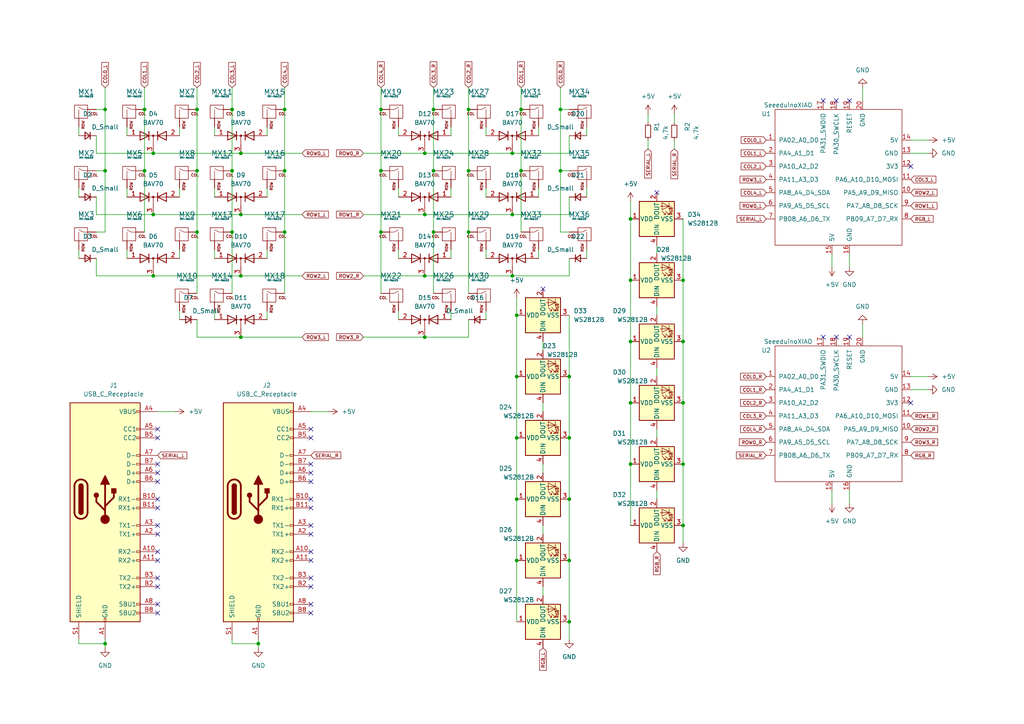
<source format=kicad_sch>
(kicad_sch (version 20210621) (generator eeschema)
  (paper "A4")
  (title_block (title "sui") (date "2021-11-16") (rev "1") (company "waffle"))
  (lib_symbols
    (symbol "Connector:USB_C_Receptacle" (pin_names (offset 1.016))
      (property "Reference" "J" (at -10.16 29.21 0))
      (property "Value" "USB_C_Receptacle" (at 10.16 29.21 0))
      (symbol "USB_C_Receptacle_1_1"
        (pin passive line (at 0 -40.64 90) (length 5.08) (name "GND") (number "A1"))
        (pin bidirectional line (at 15.24 -15.24 180) (length 5.08) (name "RX2-") (number "A10"))
        (pin bidirectional line (at 15.24 -17.78 180) (length 5.08) (name "RX2+") (number "A11"))
        (pin passive line (at 0 -40.64 90) (length 5.08) hide (name "GND") (number "A12"))
        (pin bidirectional line (at 15.24 -10.16 180) (length 5.08) (name "TX1+") (number "A2"))
        (pin bidirectional line (at 15.24 -7.62 180) (length 5.08) (name "TX1-") (number "A3"))
        (pin passive line (at 15.24 25.4 180) (length 5.08) (name "VBUS") (number "A4"))
        (pin bidirectional line (at 15.24 20.32 180) (length 5.08) (name "CC1") (number "A5"))
        (pin bidirectional line (at 15.24 7.62 180) (length 5.08) (name "D+") (number "A6"))
        (pin bidirectional line (at 15.24 12.7 180) (length 5.08) (name "D-") (number "A7"))
        (pin bidirectional line (at 15.24 -30.48 180) (length 5.08) (name "SBU1") (number "A8"))
        (pin passive line (at 15.24 25.4 180) (length 5.08) hide (name "VBUS") (number "A9"))
        (pin passive line (at 0 -40.64 90) (length 5.08) hide (name "GND") (number "B1"))
        (pin bidirectional line (at 15.24 0 180) (length 5.08) (name "RX1-") (number "B10"))
        (pin bidirectional line (at 15.24 -2.54 180) (length 5.08) (name "RX1+") (number "B11"))
        (pin passive line (at 0 -40.64 90) (length 5.08) hide (name "GND") (number "B12"))
        (pin bidirectional line (at 15.24 -25.4 180) (length 5.08) (name "TX2+") (number "B2"))
        (pin bidirectional line (at 15.24 -22.86 180) (length 5.08) (name "TX2-") (number "B3"))
        (pin passive line (at 15.24 25.4 180) (length 5.08) hide (name "VBUS") (number "B4"))
        (pin bidirectional line (at 15.24 17.78 180) (length 5.08) (name "CC2") (number "B5"))
        (pin bidirectional line (at 15.24 5.08 180) (length 5.08) (name "D+") (number "B6"))
        (pin bidirectional line (at 15.24 10.16 180) (length 5.08) (name "D-") (number "B7"))
        (pin bidirectional line (at 15.24 -33.02 180) (length 5.08) (name "SBU2") (number "B8"))
        (pin passive line (at 15.24 25.4 180) (length 5.08) hide (name "VBUS") (number "B9"))
        (pin passive line (at -7.62 -40.64 90) (length 5.08) (name "SHIELD") (number "S1"))
      )
    )
    (symbol "Device:D_Small" (pin_numbers hide) (pin_names (offset 0.254) hide)
      (property "Reference" "D" (at -1.27 2.032 0))
      (property "Value" "D_Small" (at -3.81 -2.032 0))
      (symbol "D_Small_1_1"
        (pin passive line (at -2.54 0 0) (length 1.778) (name "K") (number "1"))
        (pin passive line (at 2.54 0 180) (length 1.778) (name "A") (number "2"))
      )
    )
    (symbol "Device:R_Small" (pin_numbers hide) (pin_names (offset 0.254) hide)
      (property "Reference" "R" (at 0.762 0.508 0))
      (property "Value" "R_Small" (at 0.762 -1.016 0))
      (symbol "R_Small_1_1"
        (pin passive line (at 0 2.54 270) (length 0.762) (name "~") (number "1"))
        (pin passive line (at 0 -2.54 90) (length 0.762) (name "~") (number "2"))
      )
    )
    (symbol "Diode:BAV70" (pin_names (offset 0.762) hide)
      (property "Reference" "D" (at 0.635 -2.54 0))
      (property "Value" "BAV70" (at 0 2.54 0))
      (symbol "BAV70_0_1"
        (pin passive line (at -7.62 0 0) (length 3.81) (name "A") (number "1"))
        (pin passive line (at 7.62 0 180) (length 3.81) (name "A") (number "2"))
        (pin passive line (at 0 -5.08 90) (length 2.54) (name "K") (number "3"))
      )
    )
    (symbol "LED:WS2812B" (pin_names (offset 0.254))
      (property "Reference" "D" (at 5.08 5.715 0))
      (property "Value" "WS2812B" (at 1.27 -5.715 0))
      (symbol "WS2812B_0_0"
        (text "RGB" (at 2.286 -4.191 0) (effects (font (size 0.762 0.762))))
      )
      (symbol "WS2812B_1_1"
        (pin power_in line (at 0 7.62 270) (length 2.54) (name "VDD") (number "1"))
        (pin output line (at 7.62 0 180) (length 2.54) (name "DOUT") (number "2"))
        (pin power_in line (at 0 -7.62 90) (length 2.54) (name "VSS") (number "3"))
        (pin input line (at -7.62 0 0) (length 2.54) (name "DIN") (number "4"))
      )
    )
    (symbol "MX_Alps_Hybrid:MX-NoLED" (pin_names (offset 1.016))
      (property "Reference" "MX" (at -0.635 3.81 0))
      (property "Value" "MX-NoLED" (at -0.635 1.27 0))
      (symbol "MX-NoLED_0_0"
        (text "COL" (at 3.175 0 0) (effects (font (size 0.762 0.762))))
        (text "ROW" (at 0 -1.905 900) (effects (font (size 0.762 0.762)) (justify right)))
      )
      (symbol "MX-NoLED_1_1"
        (pin passive line (at 3.81 1.27 180) (length 2.54) (name "COL") (number "1"))
        (pin passive line (at -1.27 -3.81 90) (length 2.54) (name "ROW") (number "2"))
      )
    )
    (symbol "power:+5V" (power) (pin_names (offset 0))
      (property "Value" "+5V" (at 0 3.556 0))
      (symbol "+5V_1_1"
        (pin power_in line (at 0 0 90) (length 0) hide (name "+5V") (number "1"))
      )
    )
    (symbol "power:GND" (power) (pin_names (offset 0))
      (property "Value" "GND" (at 0 -3.81 0))
      (symbol "GND_1_1"
        (pin power_in line (at 0 0 270) (length 0) hide (name "GND") (number "1"))
      )
    )
    (symbol "seeeduinoXiao:SeeeduinoXIAO" (pin_names (offset 1.016))
      (property "Reference" "U" (at -19.05 22.86 0))
      (property "Value" "SeeeduinoXIAO" (at -12.7 21.59 0))
      (symbol "SeeeduinoXIAO_1_1"
        (pin unspecified line (at -21.59 11.43 0) (length 2.54) (name "PA02_A0_D0") (number "1"))
        (pin unspecified line (at 20.32 -3.81 180) (length 2.54) (name "PA5_A9_D9_MISO") (number "10"))
        (pin unspecified line (at 20.32 0 180) (length 2.54) (name "PA6_A10_D10_MOSI") (number "11"))
        (pin unspecified line (at 20.32 3.81 180) (length 2.54) (name "3V3") (number "12"))
        (pin unspecified line (at 20.32 7.62 180) (length 2.54) (name "GND") (number "13"))
        (pin unspecified line (at 20.32 11.43 180) (length 2.54) (name "5V") (number "14"))
        (pin input line (at -2.54 -21.59 90) (length 2.54) (name "5V") (number "15"))
        (pin input line (at 2.54 -21.59 90) (length 2.54) (name "GND") (number "16"))
        (pin input line (at -5.08 22.86 270) (length 2.54) (name "PA31_SWDIO") (number "17"))
        (pin input line (at -1.27 22.86 270) (length 2.54) (name "PA30_SWCLK") (number "18"))
        (pin input line (at 2.54 22.86 270) (length 2.54) (name "RESET") (number "19"))
        (pin unspecified line (at -21.59 7.62 0) (length 2.54) (name "PA4_A1_D1") (number "2"))
        (pin input line (at 6.35 22.86 270) (length 2.54) (name "GND") (number "20"))
        (pin unspecified line (at -21.59 3.81 0) (length 2.54) (name "PA10_A2_D2") (number "3"))
        (pin unspecified line (at -21.59 0 0) (length 2.54) (name "PA11_A3_D3") (number "4"))
        (pin unspecified line (at -21.59 -3.81 0) (length 2.54) (name "PA8_A4_D4_SDA") (number "5"))
        (pin unspecified line (at -21.59 -7.62 0) (length 2.54) (name "PA9_A5_D5_SCL") (number "6"))
        (pin unspecified line (at -21.59 -11.43 0) (length 2.54) (name "PB08_A6_D6_TX") (number "7"))
        (pin unspecified line (at 20.32 -11.43 180) (length 2.54) (name "PB09_A7_D7_RX") (number "8"))
        (pin unspecified line (at 20.32 -7.62 180) (length 2.54) (name "PA7_A8_D8_SCK") (number "9"))
      )
    )
  )
  (junction (at 182.88 81.28))
  (junction (at 30.48 31.75))
  (junction (at 67.31 31.75))
  (junction (at 182.88 99.06))
  (junction (at 82.55 31.75))
  (junction (at 110.49 31.75))
  (junction (at 44.45 62.23))
  (junction (at 182.88 63.5))
  (junction (at 162.56 49.53))
  (junction (at 82.55 67.31))
  (junction (at 123.19 97.79))
  (junction (at 82.55 49.53))
  (junction (at 125.73 49.53))
  (junction (at 198.12 99.06))
  (junction (at 198.12 116.84))
  (junction (at 123.19 44.45))
  (junction (at 149.86 109.22))
  (junction (at 57.15 31.75))
  (junction (at 57.15 67.31))
  (junction (at 149.86 144.78))
  (junction (at 110.49 67.31))
  (junction (at 30.48 49.53))
  (junction (at 41.91 31.75))
  (junction (at 135.89 49.53))
  (junction (at 44.45 80.01))
  (junction (at 149.86 162.56))
  (junction (at 198.12 134.62))
  (junction (at 67.31 49.53))
  (junction (at 135.89 31.75))
  (junction (at 182.88 116.84))
  (junction (at 44.45 44.45))
  (junction (at 110.49 49.53))
  (junction (at 69.85 80.01))
  (junction (at 123.19 80.01))
  (junction (at 149.86 91.44))
  (junction (at 123.19 62.23))
  (junction (at 149.86 127))
  (junction (at 69.85 97.79))
  (junction (at 165.1 180.34))
  (junction (at 162.56 31.75))
  (junction (at 148.59 62.23))
  (junction (at 198.12 81.28))
  (junction (at 198.12 152.4))
  (junction (at 165.1 162.56))
  (junction (at 74.93 186.69))
  (junction (at 135.89 67.31))
  (junction (at 30.48 186.69))
  (junction (at 41.91 49.53))
  (junction (at 67.31 67.31))
  (junction (at 69.85 62.23))
  (junction (at 165.1 144.78))
  (junction (at 57.15 49.53))
  (junction (at 125.73 31.75))
  (junction (at 165.1 127))
  (junction (at 165.1 109.22))
  (junction (at 69.85 44.45))
  (junction (at 125.73 67.31))
  (junction (at 182.88 134.62))
  (junction (at 151.13 31.75))
  (junction (at 148.59 44.45))
  (junction (at 148.59 80.01))
  (junction (at 151.13 49.53))
  (no_connect (at 264.16 116.84))
  (no_connect (at 90.17 147.32))
  (no_connect (at 90.17 170.18))
  (no_connect (at 90.17 167.64))
  (no_connect (at 190.5 55.88))
  (no_connect (at 90.17 152.4))
  (no_connect (at 90.17 162.56))
  (no_connect (at 90.17 160.02))
  (no_connect (at 90.17 144.78))
  (no_connect (at 45.72 127))
  (no_connect (at 45.72 139.7))
  (no_connect (at 45.72 134.62))
  (no_connect (at 45.72 137.16))
  (no_connect (at 45.72 177.8))
  (no_connect (at 45.72 160.02))
  (no_connect (at 45.72 162.56))
  (no_connect (at 45.72 144.78))
  (no_connect (at 45.72 147.32))
  (no_connect (at 45.72 154.94))
  (no_connect (at 45.72 170.18))
  (no_connect (at 45.72 167.64))
  (no_connect (at 45.72 175.26))
  (no_connect (at 45.72 124.46))
  (no_connect (at 246.38 29.21))
  (no_connect (at 242.57 97.79))
  (no_connect (at 90.17 124.46))
  (no_connect (at 90.17 134.62))
  (no_connect (at 238.76 29.21))
  (no_connect (at 242.57 29.21))
  (no_connect (at 157.48 83.82))
  (no_connect (at 264.16 48.26))
  (no_connect (at 90.17 139.7))
  (no_connect (at 90.17 177.8))
  (no_connect (at 90.17 154.94))
  (no_connect (at 90.17 175.26))
  (no_connect (at 45.72 152.4))
  (no_connect (at 238.76 97.79))
  (no_connect (at 246.38 97.79))
  (no_connect (at 90.17 127))
  (no_connect (at 90.17 137.16))
  (wire (pts (xy 77.47 36.83) (xy 77.47 39.37)))
  (wire (pts (xy 130.81 90.17) (xy 130.81 92.71)))
  (wire (pts (xy 125.73 31.75) (xy 125.73 49.53)))
  (wire (pts (xy 62.23 72.39) (xy 62.23 74.93)))
  (wire (pts (xy 125.73 25.4) (xy 125.73 31.75)))
  (wire (pts (xy 190.5 88.9) (xy 190.5 91.44)))
  (wire (pts (xy 264.16 40.64) (xy 269.24 40.64)))
  (wire (pts (xy 36.83 36.83) (xy 36.83 39.37)))
  (wire (pts (xy 62.23 54.61) (xy 62.23 57.15)))
  (wire (pts (xy 195.58 33.02) (xy 195.58 35.56)))
  (wire (pts (xy 162.56 67.31) (xy 165.1 67.31)))
  (wire (pts (xy 115.57 72.39) (xy 115.57 74.93)))
  (wire (pts (xy 123.19 44.45) (xy 105.41 44.45)))
  (wire (pts (xy 52.07 90.17) (xy 52.07 92.71)))
  (wire (pts (xy 170.18 72.39) (xy 170.18 74.93)))
  (wire (pts (xy 162.56 31.75) (xy 162.56 49.53)))
  (wire (pts (xy 135.89 92.71) (xy 135.89 97.79)))
  (wire (pts (xy 110.49 25.4) (xy 110.49 31.75)))
  (wire (pts (xy 151.13 49.53) (xy 151.13 67.31)))
  (wire (pts (xy 165.1 180.34) (xy 165.1 185.42)))
  (wire (pts (xy 41.91 31.75) (xy 41.91 49.53)))
  (wire (pts (xy 41.91 49.53) (xy 41.91 67.31)))
  (wire (pts (xy 41.91 25.4) (xy 41.91 31.75)))
  (wire (pts (xy 182.88 134.62) (xy 182.88 152.4)))
  (wire (pts (xy 182.88 81.28) (xy 182.88 99.06)))
  (wire (pts (xy 182.88 58.42) (xy 182.88 63.5)))
  (wire (pts (xy 182.88 63.5) (xy 182.88 81.28)))
  (wire (pts (xy 182.88 116.84) (xy 182.88 134.62)))
  (wire (pts (xy 182.88 99.06) (xy 182.88 116.84)))
  (wire (pts (xy 52.07 36.83) (xy 52.07 39.37)))
  (wire (pts (xy 52.07 72.39) (xy 52.07 74.93)))
  (wire (pts (xy 90.17 119.38) (xy 95.25 119.38)))
  (wire (pts (xy 157.48 99.06) (xy 157.48 101.6)))
  (wire (pts (xy 135.89 97.79) (xy 123.19 97.79)))
  (wire (pts (xy 123.19 80.01) (xy 105.41 80.01)))
  (wire (pts (xy 123.19 97.79) (xy 105.41 97.79)))
  (wire (pts (xy 264.16 113.03) (xy 269.24 113.03)))
  (wire (pts (xy 246.38 73.66) (xy 246.38 77.47)))
  (wire (pts (xy 157.48 134.62) (xy 157.48 137.16)))
  (wire (pts (xy 198.12 63.5) (xy 198.12 81.28)))
  (wire (pts (xy 135.89 49.53) (xy 135.89 67.31)))
  (wire (pts (xy 198.12 81.28) (xy 198.12 99.06)))
  (wire (pts (xy 198.12 134.62) (xy 198.12 152.4)))
  (wire (pts (xy 198.12 99.06) (xy 198.12 116.84)))
  (wire (pts (xy 198.12 116.84) (xy 198.12 134.62)))
  (wire (pts (xy 198.12 152.4) (xy 198.12 157.48)))
  (wire (pts (xy 190.5 106.68) (xy 190.5 109.22)))
  (wire (pts (xy 57.15 49.53) (xy 57.15 67.31)))
  (wire (pts (xy 57.15 25.4) (xy 57.15 31.75)))
  (wire (pts (xy 57.15 31.75) (xy 57.15 49.53)))
  (wire (pts (xy 190.5 124.46) (xy 190.5 127)))
  (wire (pts (xy 44.45 62.23) (xy 69.85 62.23)))
  (wire (pts (xy 69.85 62.23) (xy 87.63 62.23)))
  (wire (pts (xy 27.94 57.15) (xy 27.94 62.23)))
  (wire (pts (xy 27.94 62.23) (xy 44.45 62.23)))
  (wire (pts (xy 190.5 142.24) (xy 190.5 144.78)))
  (wire (pts (xy 151.13 31.75) (xy 151.13 49.53)))
  (wire (pts (xy 165.1 162.56) (xy 165.1 180.34)))
  (wire (pts (xy 165.1 144.78) (xy 165.1 162.56)))
  (wire (pts (xy 165.1 109.22) (xy 165.1 127)))
  (wire (pts (xy 165.1 127) (xy 165.1 144.78)))
  (wire (pts (xy 165.1 31.75) (xy 162.56 31.75)))
  (wire (pts (xy 148.59 80.01) (xy 123.19 80.01)))
  (wire (pts (xy 130.81 36.83) (xy 130.81 39.37)))
  (wire (pts (xy 27.94 49.53) (xy 30.48 49.53)))
  (wire (pts (xy 187.96 33.02) (xy 187.96 35.56)))
  (wire (pts (xy 36.83 54.61) (xy 36.83 57.15)))
  (wire (pts (xy 135.89 25.4) (xy 135.89 31.75)))
  (wire (pts (xy 140.97 90.17) (xy 140.97 92.71)))
  (wire (pts (xy 156.21 36.83) (xy 156.21 39.37)))
  (wire (pts (xy 165.1 57.15) (xy 165.1 62.23)))
  (wire (pts (xy 67.31 185.42) (xy 67.31 186.69)))
  (wire (pts (xy 67.31 186.69) (xy 74.93 186.69)))
  (wire (pts (xy 165.1 91.44) (xy 165.1 109.22)))
  (wire (pts (xy 130.81 54.61) (xy 130.81 57.15)))
  (wire (pts (xy 157.48 152.4) (xy 157.48 154.94)))
  (wire (pts (xy 62.23 36.83) (xy 62.23 39.37)))
  (wire (pts (xy 67.31 49.53) (xy 67.31 67.31)))
  (wire (pts (xy 67.31 25.4) (xy 67.31 31.75)))
  (wire (pts (xy 67.31 31.75) (xy 67.31 49.53)))
  (wire (pts (xy 149.86 162.56) (xy 149.86 180.34)))
  (wire (pts (xy 149.86 144.78) (xy 149.86 162.56)))
  (wire (pts (xy 149.86 91.44) (xy 149.86 109.22)))
  (wire (pts (xy 149.86 109.22) (xy 149.86 127)))
  (wire (pts (xy 149.86 86.36) (xy 149.86 91.44)))
  (wire (pts (xy 149.86 127) (xy 149.86 144.78)))
  (wire (pts (xy 246.38 142.24) (xy 246.38 146.05)))
  (wire (pts (xy 45.72 119.38) (xy 50.8 119.38)))
  (wire (pts (xy 115.57 90.17) (xy 115.57 92.71)))
  (wire (pts (xy 123.19 62.23) (xy 105.41 62.23)))
  (wire (pts (xy 22.86 185.42) (xy 22.86 186.69)))
  (wire (pts (xy 22.86 186.69) (xy 30.48 186.69)))
  (wire (pts (xy 57.15 92.71) (xy 57.15 97.79)))
  (wire (pts (xy 57.15 97.79) (xy 69.85 97.79)))
  (wire (pts (xy 69.85 97.79) (xy 87.63 97.79)))
  (wire (pts (xy 241.3 73.66) (xy 241.3 77.47)))
  (wire (pts (xy 170.18 36.83) (xy 170.18 39.37)))
  (wire (pts (xy 115.57 36.83) (xy 115.57 39.37)))
  (wire (pts (xy 77.47 90.17) (xy 77.47 92.71)))
  (wire (pts (xy 67.31 67.31) (xy 67.31 85.09)))
  (wire (pts (xy 57.15 67.31) (xy 57.15 85.09)))
  (wire (pts (xy 156.21 72.39) (xy 156.21 74.93)))
  (wire (pts (xy 22.86 72.39) (xy 22.86 74.93)))
  (wire (pts (xy 148.59 62.23) (xy 123.19 62.23)))
  (wire (pts (xy 22.86 54.61) (xy 22.86 57.15)))
  (wire (pts (xy 264.16 109.22) (xy 269.24 109.22)))
  (wire (pts (xy 250.19 25.4) (xy 250.19 29.21)))
  (wire (pts (xy 165.1 39.37) (xy 165.1 44.45)))
  (wire (pts (xy 62.23 90.17) (xy 62.23 92.71)))
  (wire (pts (xy 82.55 67.31) (xy 82.55 85.09)))
  (wire (pts (xy 82.55 49.53) (xy 82.55 67.31)))
  (wire (pts (xy 82.55 25.4) (xy 82.55 31.75)))
  (wire (pts (xy 82.55 31.75) (xy 82.55 49.53)))
  (wire (pts (xy 110.49 49.53) (xy 110.49 67.31)))
  (wire (pts (xy 77.47 72.39) (xy 77.47 74.93)))
  (wire (pts (xy 30.48 185.42) (xy 30.48 186.69)))
  (wire (pts (xy 30.48 186.69) (xy 30.48 187.96)))
  (wire (pts (xy 77.47 54.61) (xy 77.47 57.15)))
  (wire (pts (xy 162.56 25.4) (xy 162.56 31.75)))
  (wire (pts (xy 170.18 54.61) (xy 170.18 57.15)))
  (wire (pts (xy 157.48 170.18) (xy 157.48 172.72)))
  (wire (pts (xy 187.96 40.64) (xy 187.96 43.18)))
  (wire (pts (xy 125.73 67.31) (xy 125.73 85.09)))
  (wire (pts (xy 156.21 54.61) (xy 156.21 57.15)))
  (wire (pts (xy 74.93 186.69) (xy 74.93 187.96)))
  (wire (pts (xy 74.93 185.42) (xy 74.93 186.69)))
  (wire (pts (xy 140.97 36.83) (xy 140.97 39.37)))
  (wire (pts (xy 190.5 71.12) (xy 190.5 73.66)))
  (wire (pts (xy 30.48 67.31) (xy 27.94 67.31)))
  (wire (pts (xy 30.48 49.53) (xy 30.48 67.31)))
  (wire (pts (xy 30.48 31.75) (xy 30.48 49.53)))
  (wire (pts (xy 27.94 31.75) (xy 30.48 31.75)))
  (wire (pts (xy 264.16 44.45) (xy 269.24 44.45)))
  (wire (pts (xy 110.49 31.75) (xy 110.49 49.53)))
  (wire (pts (xy 135.89 31.75) (xy 135.89 49.53)))
  (wire (pts (xy 250.19 93.98) (xy 250.19 97.79)))
  (wire (pts (xy 165.1 74.93) (xy 165.1 80.01)))
  (wire (pts (xy 69.85 44.45) (xy 87.63 44.45)))
  (wire (pts (xy 27.94 44.45) (xy 44.45 44.45)))
  (wire (pts (xy 27.94 39.37) (xy 27.94 44.45)))
  (wire (pts (xy 44.45 44.45) (xy 69.85 44.45)))
  (wire (pts (xy 52.07 54.61) (xy 52.07 57.15)))
  (wire (pts (xy 165.1 62.23) (xy 148.59 62.23)))
  (wire (pts (xy 165.1 80.01) (xy 148.59 80.01)))
  (wire (pts (xy 115.57 54.61) (xy 115.57 57.15)))
  (wire (pts (xy 157.48 116.84) (xy 157.48 119.38)))
  (wire (pts (xy 148.59 44.45) (xy 123.19 44.45)))
  (wire (pts (xy 162.56 49.53) (xy 162.56 67.31)))
  (wire (pts (xy 130.81 72.39) (xy 130.81 74.93)))
  (wire (pts (xy 22.86 36.83) (xy 22.86 39.37)))
  (wire (pts (xy 151.13 25.4) (xy 151.13 31.75)))
  (wire (pts (xy 36.83 72.39) (xy 36.83 74.93)))
  (wire (pts (xy 69.85 80.01) (xy 87.63 80.01)))
  (wire (pts (xy 44.45 80.01) (xy 69.85 80.01)))
  (wire (pts (xy 27.94 74.93) (xy 27.94 80.01)))
  (wire (pts (xy 27.94 80.01) (xy 44.45 80.01)))
  (wire (pts (xy 195.58 40.64) (xy 195.58 43.18)))
  (wire (pts (xy 241.3 142.24) (xy 241.3 146.05)))
  (wire (pts (xy 110.49 67.31) (xy 110.49 85.09)))
  (wire (pts (xy 165.1 44.45) (xy 148.59 44.45)))
  (wire (pts (xy 135.89 67.31) (xy 135.89 85.09)))
  (wire (pts (xy 165.1 49.53) (xy 162.56 49.53)))
  (wire (pts (xy 140.97 54.61) (xy 140.97 57.15)))
  (wire (pts (xy 125.73 49.53) (xy 125.73 67.31)))
  (wire (pts (xy 140.97 72.39) (xy 140.97 74.93)))
  (wire (pts (xy 30.48 25.4) (xy 30.48 31.75)))
  (global_label "COL2_L" (shape input) (at 57.15 25.4 90) (effects (font (size 1 1))) (property "Intersheet References" "${INTERSHEET_REFS}" (effects hide)))
  (global_label "SERIAL_R" (shape input) (at 90.17 132.08 0) (effects (font (size 1 1))) (property "Intersheet References" "${INTERSHEET_REFS}" (effects hide)))
  (global_label "ROW1_L" (shape input) (at 87.63 62.23 0) (effects (font (size 1 1))) (property "Intersheet References" "${INTERSHEET_REFS}" (effects hide)))
  (global_label "ROW1_L" (shape input) (at 264.16 59.69 0) (effects (font (size 1 1))) (property "Intersheet References" "${INTERSHEET_REFS}" (effects hide)))
  (global_label "RGB_L" (shape input) (at 157.48 187.96 270) (effects (font (size 1 1))) (property "Intersheet References" "${INTERSHEET_REFS}" (effects hide)))
  (global_label "ROW0_L" (shape input) (at 87.63 44.45 0) (effects (font (size 1 1))) (property "Intersheet References" "${INTERSHEET_REFS}" (effects hide)))
  (global_label "ROW3_R" (shape input) (at 105.41 97.79 180) (effects (font (size 1 1))) (property "Intersheet References" "${INTERSHEET_REFS}" (effects hide)))
  (global_label "COL2_R" (shape input) (at 135.89 25.4 90) (effects (font (size 1 1))) (property "Intersheet References" "${INTERSHEET_REFS}" (effects hide)))
  (global_label "COL1_R" (shape input) (at 222.25 113.03 180) (effects (font (size 1 1))) (property "Intersheet References" "${INTERSHEET_REFS}" (effects hide)))
  (global_label "COL0_L" (shape input) (at 30.48 25.4 90) (effects (font (size 1 1))) (property "Intersheet References" "${INTERSHEET_REFS}" (effects hide)))
  (global_label "RGB_R" (shape input) (at 190.5 160.02 270) (effects (font (size 1 1))) (property "Intersheet References" "${INTERSHEET_REFS}" (effects hide)))
  (global_label "COL4_L" (shape input) (at 82.55 25.4 90) (effects (font (size 1 1))) (property "Intersheet References" "${INTERSHEET_REFS}" (effects hide)))
  (global_label "RGB_R" (shape input) (at 264.16 132.08 0) (effects (font (size 1 1))) (property "Intersheet References" "${INTERSHEET_REFS}" (effects hide)))
  (global_label "ROW1_R" (shape input) (at 105.41 62.23 180) (effects (font (size 1 1))) (property "Intersheet References" "${INTERSHEET_REFS}" (effects hide)))
  (global_label "SERIAL_R" (shape input) (at 222.25 132.08 180) (effects (font (size 1 1))) (property "Intersheet References" "${INTERSHEET_REFS}" (effects hide)))
  (global_label "ROW2_R" (shape input) (at 264.16 124.46 0) (effects (font (size 1 1))) (property "Intersheet References" "${INTERSHEET_REFS}" (effects hide)))
  (global_label "COL4_L" (shape input) (at 222.25 55.88 180) (effects (font (size 1 1))) (property "Intersheet References" "${INTERSHEET_REFS}" (effects hide)))
  (global_label "ROW0_R" (shape input) (at 105.41 44.45 180) (effects (font (size 1 1))) (property "Intersheet References" "${INTERSHEET_REFS}" (effects hide)))
  (global_label "COL2_L" (shape input) (at 222.25 48.26 180) (effects (font (size 1 1))) (property "Intersheet References" "${INTERSHEET_REFS}" (effects hide)))
  (global_label "ROW0_L" (shape input) (at 222.25 59.69 180) (effects (font (size 1 1))) (property "Intersheet References" "${INTERSHEET_REFS}" (effects hide)))
  (global_label "ROW3_R" (shape input) (at 264.16 128.27 0) (effects (font (size 1 1))) (property "Intersheet References" "${INTERSHEET_REFS}" (effects hide)))
  (global_label "COL0_R" (shape input) (at 222.25 109.22 180) (effects (font (size 1 1))) (property "Intersheet References" "${INTERSHEET_REFS}" (effects hide)))
  (global_label "ROW2_R" (shape input) (at 105.41 80.01 180) (effects (font (size 1 1))) (property "Intersheet References" "${INTERSHEET_REFS}" (effects hide)))
  (global_label "ROW1_R" (shape input) (at 264.16 120.65 0) (effects (font (size 1 1))) (property "Intersheet References" "${INTERSHEET_REFS}" (effects hide)))
  (global_label "COL2_R" (shape input) (at 222.25 116.84 180) (effects (font (size 1 1))) (property "Intersheet References" "${INTERSHEET_REFS}" (effects hide)))
  (global_label "COL1_L" (shape input) (at 222.25 44.45 180) (effects (font (size 1 1))) (property "Intersheet References" "${INTERSHEET_REFS}" (effects hide)))
  (global_label "COL3_R" (shape input) (at 222.25 120.65 180) (effects (font (size 1 1))) (property "Intersheet References" "${INTERSHEET_REFS}" (effects hide)))
  (global_label "ROW0_R" (shape input) (at 222.25 128.27 180) (effects (font (size 1 1))) (property "Intersheet References" "${INTERSHEET_REFS}" (effects hide)))
  (global_label "ROW2_L" (shape input) (at 264.16 55.88 0) (effects (font (size 1 1))) (property "Intersheet References" "${INTERSHEET_REFS}" (effects hide)))
  (global_label "COL3_L" (shape input) (at 67.31 25.4 90) (effects (font (size 1 1))) (property "Intersheet References" "${INTERSHEET_REFS}" (effects hide)))
  (global_label "COL3_R" (shape input) (at 125.73 25.4 90) (effects (font (size 1 1))) (property "Intersheet References" "${INTERSHEET_REFS}" (effects hide)))
  (global_label "ROW2_L" (shape input) (at 87.63 80.01 0) (effects (font (size 1 1))) (property "Intersheet References" "${INTERSHEET_REFS}" (effects hide)))
  (global_label "SERIAL_L" (shape input) (at 187.96 43.18 270) (effects (font (size 1 1))) (property "Intersheet References" "${INTERSHEET_REFS}" (effects hide)))
  (global_label "COL4_R" (shape input) (at 222.25 124.46 180) (effects (font (size 1 1))) (property "Intersheet References" "${INTERSHEET_REFS}" (effects hide)))
  (global_label "RGB_L" (shape input) (at 264.16 63.5 0) (effects (font (size 1 1))) (property "Intersheet References" "${INTERSHEET_REFS}" (effects hide)))
  (global_label "COL1_R" (shape input) (at 151.13 25.4 90) (effects (font (size 1 1))) (property "Intersheet References" "${INTERSHEET_REFS}" (effects hide)))
  (global_label "COL0_R" (shape input) (at 162.56 25.4 90) (effects (font (size 1 1))) (property "Intersheet References" "${INTERSHEET_REFS}" (effects hide)))
  (global_label "ROW3_L" (shape input) (at 87.63 97.79 0) (effects (font (size 1 1))) (property "Intersheet References" "${INTERSHEET_REFS}" (effects hide)))
  (global_label "SERIAL_R" (shape input) (at 195.58 43.18 270) (effects (font (size 1 1))) (property "Intersheet References" "${INTERSHEET_REFS}" (effects hide)))
  (global_label "COL4_R" (shape input) (at 110.49 25.4 90) (effects (font (size 1 1))) (property "Intersheet References" "${INTERSHEET_REFS}" (effects hide)))
  (global_label "COL1_L" (shape input) (at 41.91 25.4 90) (effects (font (size 1 1))) (property "Intersheet References" "${INTERSHEET_REFS}" (effects hide)))
  (global_label "COL3_L" (shape input) (at 264.16 52.07 0) (effects (font (size 1 1))) (property "Intersheet References" "${INTERSHEET_REFS}" (effects hide)))
  (global_label "SERIAL_L" (shape input) (at 222.25 63.5 180) (effects (font (size 1 1))) (property "Intersheet References" "${INTERSHEET_REFS}" (effects hide)))
  (global_label "SERIAL_L" (shape input) (at 45.72 132.08 0) (effects (font (size 1 1))) (property "Intersheet References" "${INTERSHEET_REFS}" (effects hide)))
  (global_label "ROW3_L" (shape input) (at 222.25 52.07 180) (effects (font (size 1 1))) (property "Intersheet References" "${INTERSHEET_REFS}" (effects hide)))
  (global_label "COL0_L" (shape input) (at 222.25 40.64 180) (effects (font (size 1 1))) (property "Intersheet References" "${INTERSHEET_REFS}" (effects hide)))
  (symbol (lib_id "LED:WS2812B") (at 190.5 134.62 90) (unit 1)
    (property "Reference" "D31" (at 181.61 125.73 90) (effects (justify left)))
    (property "Value" "WS2812B" (at 187.96 128.27 90) (effects (justify left)))
    (property "Footprint" "LED_SMD:LED_WS2812B_PLCC4_5.0x5.0mm_P3.2mm" (effects hide))
    (property "Datasheet" "https://cdn-shop.adafruit.com/datasheets/WS2812B.pdf" (effects hide))
  )
  (symbol (lib_id "Diode:BAV70") (at 123.19 92.71 0) (mirror y) (unit 1)
    (property "Reference" "D15" (at 123.19 86.36 0))
    (property "Value" "BAV70" (at 123.19 88.9 0))
    (property "Footprint" "Package_TO_SOT_SMD:SOT-23" (effects hide))
    (property "Datasheet" "https://assets.nexperia.com/documents/data-sheet/BAV70_SER.pdf" (effects hide))
  )
  (symbol (lib_id "Connector:USB_C_Receptacle") (at 30.48 144.78 0) (unit 1)
    (property "Reference" "J1" (at 32.9565 111.76 0))
    (property "Value" "USB_C_Receptacle" (at 32.9565 114.3 0))
    (property "Footprint" "Connector_USB:USB_C_Receptacle_GCT_USB4085" (effects hide))
    (property "Datasheet" "https://www.usb.org/sites/default/files/documents/usb_type-c.zip" (effects hide))
  )
  (symbol (lib_id "Device:D_Small") (at 25.4 74.93 180) (unit 1)
    (property "Reference" "D3" (at 25.4 68.58 0))
    (property "Value" "D_Small" (at 30.48 72.39 0))
    (property "Footprint" "Diode_SMD:D_SOD-123" (effects hide))
  )
  (symbol (lib_id "power:GND") (at 165.1 185.42 0) (unit 1)
    (property "Reference" "#PWR0121" (effects hide))
    (property "Value" "GND" (at 165.1 190.5 0))
  )
  (symbol (lib_id "power:GND") (at 246.38 146.05 0) (unit 1)
    (property "Reference" "#PWR0106" (effects hide))
    (property "Value" "GND" (at 246.38 151.13 0))
  )
  (symbol (lib_id "MX_Alps_Hybrid:MX-NoLED") (at 168.91 68.58 0) (mirror y) (unit 1)
    (property "Reference" "MX36" (at 168.0244 62.23 0) (effects (font (size 1.524 1.524))))
    (property "Value" "MX-NoLED" (at 168.0244 63.5 0) (effects (font (size 0.508 0.508))))
    (property "Footprint" "MX_Alps_Hybrid:MX-1U-NoLED" (effects hide))
  )
  (symbol (lib_id "Diode:BAV70") (at 148.59 57.15 0) (mirror y) (unit 1)
    (property "Reference" "D18" (at 148.59 50.8 0))
    (property "Value" "BAV70" (at 148.59 53.34 0))
    (property "Footprint" "Package_TO_SOT_SMD:SOT-23" (effects hide))
    (property "Datasheet" "https://assets.nexperia.com/documents/data-sheet/BAV70_SER.pdf" (effects hide))
  )
  (symbol (lib_id "Diode:BAV70") (at 44.45 57.15 0) (unit 1)
    (property "Reference" "D5" (at 44.45 50.8 0))
    (property "Value" "BAV70" (at 44.45 53.34 0))
    (property "Footprint" "Package_TO_SOT_SMD:SOT-23" (effects hide))
    (property "Datasheet" "https://assets.nexperia.com/documents/data-sheet/BAV70_SER.pdf" (effects hide))
  )
  (symbol (lib_id "power:+5V") (at 241.3 146.05 180) (unit 1)
    (property "Reference" "#PWR0105" (effects hide))
    (property "Value" "+5V" (at 241.3 151.13 0))
  )
  (symbol (lib_id "Device:D_Small") (at 167.64 74.93 0) (mirror x) (unit 1)
    (property "Reference" "D22" (at 167.64 68.58 0))
    (property "Value" "D_Small" (at 162.56 72.39 0))
    (property "Footprint" "Diode_SMD:D_SOD-123" (effects hide))
  )
  (symbol (lib_id "MX_Alps_Hybrid:MX-NoLED") (at 139.7 86.36 0) (mirror y) (unit 1)
    (property "Reference" "MX30" (at 138.8144 80.01 0) (effects (font (size 1.524 1.524))))
    (property "Value" "MX-NoLED" (at 138.8144 81.28 0) (effects (font (size 0.508 0.508))))
    (property "Footprint" "MX_Alps_Hybrid:MX-1U-NoLED" (effects hide))
  )
  (symbol (lib_id "MX_Alps_Hybrid:MX-NoLED") (at 154.94 68.58 0) (mirror y) (unit 1)
    (property "Reference" "MX33" (at 154.0544 62.23 0) (effects (font (size 1.524 1.524))))
    (property "Value" "MX-NoLED" (at 154.0544 63.5 0) (effects (font (size 0.508 0.508))))
    (property "Footprint" "MX_Alps_Hybrid:MX-1U-NoLED" (effects hide))
  )
  (symbol (lib_id "MX_Alps_Hybrid:MX-NoLED") (at 63.5 33.02 0) (unit 1)
    (property "Reference" "MX11" (at 64.3856 26.67 0) (effects (font (size 1.524 1.524))))
    (property "Value" "MX-NoLED" (at 64.3856 27.94 0) (effects (font (size 0.508 0.508))))
    (property "Footprint" "MX_Alps_Hybrid:MX-1U-NoLED" (effects hide))
  )
  (symbol (lib_id "MX_Alps_Hybrid:MX-NoLED") (at 63.5 50.8 0) (unit 1)
    (property "Reference" "MX12" (at 64.3856 44.45 0) (effects (font (size 1.524 1.524))))
    (property "Value" "MX-NoLED" (at 64.3856 45.72 0) (effects (font (size 0.508 0.508))))
    (property "Footprint" "MX_Alps_Hybrid:MX-1U-NoLED" (effects hide))
  )
  (symbol (lib_id "power:GND") (at 198.12 157.48 0) (unit 1)
    (property "Reference" "#PWR0122" (effects hide))
    (property "Value" "GND" (at 198.12 162.56 0))
  )
  (symbol (lib_id "MX_Alps_Hybrid:MX-NoLED") (at 114.3 68.58 0) (mirror y) (unit 1)
    (property "Reference" "MX21" (at 113.4144 62.23 0) (effects (font (size 1.524 1.524))))
    (property "Value" "MX-NoLED" (at 113.4144 63.5 0) (effects (font (size 0.508 0.508))))
    (property "Footprint" "MX_Alps_Hybrid:MX-1U-NoLED" (effects hide))
  )
  (symbol (lib_id "MX_Alps_Hybrid:MX-NoLED") (at 114.3 50.8 0) (mirror y) (unit 1)
    (property "Reference" "MX20" (at 113.4144 44.45 0) (effects (font (size 1.524 1.524))))
    (property "Value" "MX-NoLED" (at 113.4144 45.72 0) (effects (font (size 0.508 0.508))))
    (property "Footprint" "MX_Alps_Hybrid:MX-1U-NoLED" (effects hide))
  )
  (symbol (lib_id "Diode:BAV70") (at 123.19 57.15 0) (mirror y) (unit 1)
    (property "Reference" "D13" (at 123.19 50.8 0))
    (property "Value" "BAV70" (at 123.19 53.34 0))
    (property "Footprint" "Package_TO_SOT_SMD:SOT-23" (effects hide))
    (property "Datasheet" "https://assets.nexperia.com/documents/data-sheet/BAV70_SER.pdf" (effects hide))
  )
  (symbol (lib_id "MX_Alps_Hybrid:MX-NoLED") (at 78.74 50.8 0) (unit 1)
    (property "Reference" "MX16" (at 79.6256 44.45 0) (effects (font (size 1.524 1.524))))
    (property "Value" "MX-NoLED" (at 79.6256 45.72 0) (effects (font (size 0.508 0.508))))
    (property "Footprint" "MX_Alps_Hybrid:MX-1U-NoLED" (effects hide))
  )
  (symbol (lib_id "MX_Alps_Hybrid:MX-NoLED") (at 38.1 33.02 0) (unit 1)
    (property "Reference" "MX4" (at 38.9856 26.67 0) (effects (font (size 1.524 1.524))))
    (property "Value" "MX-NoLED" (at 38.9856 27.94 0) (effects (font (size 0.508 0.508))))
    (property "Footprint" "MX_Alps_Hybrid:MX-1U-NoLED" (effects hide))
  )
  (symbol (lib_id "Diode:BAV70") (at 69.85 92.71 0) (unit 1)
    (property "Reference" "D11" (at 69.85 86.36 0))
    (property "Value" "BAV70" (at 69.85 88.9 0))
    (property "Footprint" "Package_TO_SOT_SMD:SOT-23" (effects hide))
    (property "Datasheet" "https://assets.nexperia.com/documents/data-sheet/BAV70_SER.pdf" (effects hide))
  )
  (symbol (lib_id "MX_Alps_Hybrid:MX-NoLED") (at 139.7 33.02 0) (mirror y) (unit 1)
    (property "Reference" "MX27" (at 138.8144 26.67 0) (effects (font (size 1.524 1.524))))
    (property "Value" "MX-NoLED" (at 138.8144 27.94 0) (effects (font (size 0.508 0.508))))
    (property "Footprint" "MX_Alps_Hybrid:MX-1U-NoLED" (effects hide))
  )
  (symbol (lib_id "Device:D_Small") (at 167.64 57.15 0) (mirror x) (unit 1)
    (property "Reference" "D21" (at 167.64 50.8 0))
    (property "Value" "D_Small" (at 162.56 54.61 0))
    (property "Footprint" "Diode_SMD:D_SOD-123" (effects hide))
  )
  (symbol (lib_id "power:GND") (at 250.19 93.98 180) (unit 1)
    (property "Reference" "#PWR0104" (effects hide))
    (property "Value" "GND" (at 250.19 88.9 0))
  )
  (symbol (lib_id "Device:D_Small") (at 54.61 92.71 180) (unit 1)
    (property "Reference" "D7" (at 54.61 86.36 0))
    (property "Value" "D_Small" (at 59.69 90.17 0))
    (property "Footprint" "Diode_SMD:D_SOD-123" (effects hide))
  )
  (symbol (lib_id "MX_Alps_Hybrid:MX-NoLED") (at 53.34 50.8 0) (unit 1)
    (property "Reference" "MX8" (at 54.2256 44.45 0) (effects (font (size 1.524 1.524))))
    (property "Value" "MX-NoLED" (at 54.2256 45.72 0) (effects (font (size 0.508 0.508))))
    (property "Footprint" "MX_Alps_Hybrid:MX-1U-NoLED" (effects hide))
  )
  (symbol (lib_id "power:GND") (at 30.48 187.96 0) (unit 1)
    (property "Reference" "#PWR0113" (effects hide))
    (property "Value" "GND" (at 30.48 193.04 0))
  )
  (symbol (lib_id "power:+5V") (at 95.25 119.38 270) (unit 1)
    (property "Reference" "#PWR0116" (effects hide))
    (property "Value" "+5V" (at 99.06 119.3799 90) (effects (justify left)))
  )
  (symbol (lib_id "Diode:BAV70") (at 148.59 74.93 0) (mirror y) (unit 1)
    (property "Reference" "D19" (at 148.59 68.58 0))
    (property "Value" "BAV70" (at 148.59 71.12 0))
    (property "Footprint" "Package_TO_SOT_SMD:SOT-23" (effects hide))
    (property "Datasheet" "https://assets.nexperia.com/documents/data-sheet/BAV70_SER.pdf" (effects hide))
  )
  (symbol (lib_id "power:+5V") (at 269.24 109.22 270) (unit 1)
    (property "Reference" "#PWR0102" (effects hide))
    (property "Value" "+5V" (at 273.05 109.2199 90) (effects (justify left)))
  )
  (symbol (lib_id "power:GND") (at 74.93 187.96 0) (unit 1)
    (property "Reference" "#PWR0114" (effects hide))
    (property "Value" "GND" (at 74.93 193.04 0))
  )
  (symbol (lib_id "power:+5V") (at 182.88 58.42 0) (unit 1)
    (property "Reference" "#PWR0120" (effects hide))
    (property "Value" "+5V" (at 182.88 53.34 0))
  )
  (symbol (lib_id "MX_Alps_Hybrid:MX-NoLED") (at 24.13 50.8 0) (unit 1)
    (property "Reference" "MX2" (at 25.0156 44.45 0) (effects (font (size 1.524 1.524))))
    (property "Value" "MX-NoLED" (at 25.0156 45.72 0) (effects (font (size 0.508 0.508))))
    (property "Footprint" "MX_Alps_Hybrid:MX-1U-NoLED" (effects hide))
  )
  (symbol (lib_id "MX_Alps_Hybrid:MX-NoLED") (at 38.1 50.8 0) (unit 1)
    (property "Reference" "MX5" (at 38.9856 44.45 0) (effects (font (size 1.524 1.524))))
    (property "Value" "MX-NoLED" (at 38.9856 45.72 0) (effects (font (size 0.508 0.508))))
    (property "Footprint" "MX_Alps_Hybrid:MX-1U-NoLED" (effects hide))
  )
  (symbol (lib_id "Device:D_Small") (at 167.64 39.37 0) (mirror x) (unit 1)
    (property "Reference" "D20" (at 167.64 33.02 0))
    (property "Value" "D_Small" (at 162.56 36.83 0))
    (property "Footprint" "Diode_SMD:D_SOD-123" (effects hide))
  )
  (symbol (lib_id "MX_Alps_Hybrid:MX-NoLED") (at 24.13 33.02 0) (unit 1)
    (property "Reference" "MX1" (at 25.0156 26.67 0) (effects (font (size 1.524 1.524))))
    (property "Value" "MX-NoLED" (at 25.0156 27.94 0) (effects (font (size 0.508 0.508))))
    (property "Footprint" "MX_Alps_Hybrid:MX-1U-NoLED" (effects hide))
  )
  (symbol (lib_id "LED:WS2812B") (at 190.5 152.4 90) (unit 1)
    (property "Reference" "D32" (at 181.61 143.51 90) (effects (justify left)))
    (property "Value" "WS2812B" (at 187.96 146.05 90) (effects (justify left)))
    (property "Footprint" "LED_SMD:LED_WS2812B_PLCC4_5.0x5.0mm_P3.2mm" (effects hide))
    (property "Datasheet" "https://cdn-shop.adafruit.com/datasheets/WS2812B.pdf" (effects hide))
  )
  (symbol (lib_id "MX_Alps_Hybrid:MX-NoLED") (at 168.91 33.02 0) (mirror y) (unit 1)
    (property "Reference" "MX34" (at 168.0244 26.67 0) (effects (font (size 1.524 1.524))))
    (property "Value" "MX-NoLED" (at 168.0244 27.94 0) (effects (font (size 0.508 0.508))))
    (property "Footprint" "MX_Alps_Hybrid:MX-1U-NoLED" (effects hide))
  )
  (symbol (lib_id "LED:WS2812B") (at 157.48 109.22 90) (unit 1)
    (property "Reference" "D23" (at 161.29 100.33 90) (effects (justify left)))
    (property "Value" "WS2812B" (at 167.64 102.87 90) (effects (justify left)))
    (property "Footprint" "LED_SMD:LED_WS2812B_PLCC4_5.0x5.0mm_P3.2mm" (effects hide))
    (property "Datasheet" "https://cdn-shop.adafruit.com/datasheets/WS2812B.pdf" (effects hide))
  )
  (symbol (lib_id "Device:R_Small") (at 195.58 38.1 0) (unit 1)
    (property "Reference" "R2" (at 199.39 38.1 90) (effects (justify left)))
    (property "Value" "4.7k" (at 201.93 40.64 90) (effects (justify left)))
    (property "Footprint" "Resistor_SMD:R_0805_2012Metric" (effects hide))
  )
  (symbol (lib_id "Diode:BAV70") (at 69.85 57.15 0) (unit 1)
    (property "Reference" "D9" (at 69.85 50.8 0))
    (property "Value" "BAV70" (at 69.85 53.34 0))
    (property "Footprint" "Package_TO_SOT_SMD:SOT-23" (effects hide))
    (property "Datasheet" "https://assets.nexperia.com/documents/data-sheet/BAV70_SER.pdf" (effects hide))
  )
  (symbol (lib_id "LED:WS2812B") (at 157.48 127 90) (unit 1)
    (property "Reference" "D24" (at 148.59 118.11 90) (effects (justify left)))
    (property "Value" "WS2812B" (at 154.94 120.65 90) (effects (justify left)))
    (property "Footprint" "LED_SMD:LED_WS2812B_PLCC4_5.0x5.0mm_P3.2mm" (effects hide))
    (property "Datasheet" "https://cdn-shop.adafruit.com/datasheets/WS2812B.pdf" (effects hide))
  )
  (symbol (lib_id "power:GND") (at 269.24 113.03 90) (unit 1)
    (property "Reference" "#PWR0103" (effects hide))
    (property "Value" "GND" (at 273.05 113.0299 90) (effects (justify right)))
  )
  (symbol (lib_id "power:+5V") (at 269.24 40.64 270) (unit 1)
    (property "Reference" "#PWR0109" (effects hide))
    (property "Value" "+5V" (at 273.05 40.6399 90) (effects (justify left)))
  )
  (symbol (lib_id "MX_Alps_Hybrid:MX-NoLED") (at 154.94 50.8 0) (mirror y) (unit 1)
    (property "Reference" "MX32" (at 154.0544 44.45 0) (effects (font (size 1.524 1.524))))
    (property "Value" "MX-NoLED" (at 154.0544 45.72 0) (effects (font (size 0.508 0.508))))
    (property "Footprint" "MX_Alps_Hybrid:MX-1U-NoLED" (effects hide))
  )
  (symbol (lib_id "LED:WS2812B") (at 190.5 99.06 90) (unit 1)
    (property "Reference" "D29" (at 181.61 90.17 90) (effects (justify left)))
    (property "Value" "WS2812B" (at 187.96 92.71 90) (effects (justify left)))
    (property "Footprint" "LED_SMD:LED_WS2812B_PLCC4_5.0x5.0mm_P3.2mm" (effects hide))
    (property "Datasheet" "https://cdn-shop.adafruit.com/datasheets/WS2812B.pdf" (effects hide))
  )
  (symbol (lib_id "MX_Alps_Hybrid:MX-NoLED") (at 129.54 68.58 0) (mirror y) (unit 1)
    (property "Reference" "MX25" (at 128.6544 62.23 0) (effects (font (size 1.524 1.524))))
    (property "Value" "MX-NoLED" (at 128.6544 63.5 0) (effects (font (size 0.508 0.508))))
    (property "Footprint" "MX_Alps_Hybrid:MX-1U-NoLED" (effects hide))
  )
  (symbol (lib_id "MX_Alps_Hybrid:MX-NoLED") (at 38.1 68.58 0) (unit 1)
    (property "Reference" "MX6" (at 38.9856 62.23 0) (effects (font (size 1.524 1.524))))
    (property "Value" "MX-NoLED" (at 38.9856 63.5 0) (effects (font (size 0.508 0.508))))
    (property "Footprint" "MX_Alps_Hybrid:MX-1U-NoLED" (effects hide))
  )
  (symbol (lib_id "MX_Alps_Hybrid:MX-NoLED") (at 78.74 68.58 0) (unit 1)
    (property "Reference" "MX17" (at 79.6256 62.23 0) (effects (font (size 1.524 1.524))))
    (property "Value" "MX-NoLED" (at 79.6256 63.5 0) (effects (font (size 0.508 0.508))))
    (property "Footprint" "MX_Alps_Hybrid:MX-1U-NoLED" (effects hide))
  )
  (symbol (lib_id "seeeduinoXiao:SeeeduinoXIAO") (at 243.84 52.07 0) (unit 1)
    (property "Reference" "U1" (at 222.25 33.02 0))
    (property "Value" "SeeeduinoXIAO" (at 228.6 30.48 0))
    (property "Footprint" "seeeduinoXiao:seeeduinoXiao" (effects hide))
  )
  (symbol (lib_id "MX_Alps_Hybrid:MX-NoLED") (at 78.74 33.02 0) (unit 1)
    (property "Reference" "MX15" (at 79.6256 26.67 0) (effects (font (size 1.524 1.524))))
    (property "Value" "MX-NoLED" (at 79.6256 27.94 0) (effects (font (size 0.508 0.508))))
    (property "Footprint" "MX_Alps_Hybrid:MX-1U-NoLED" (effects hide))
  )
  (symbol (lib_id "power:GND") (at 250.19 25.4 180) (unit 1)
    (property "Reference" "#PWR0110" (effects hide))
    (property "Value" "GND" (at 250.19 20.32 0))
  )
  (symbol (lib_id "MX_Alps_Hybrid:MX-NoLED") (at 53.34 68.58 0) (unit 1)
    (property "Reference" "MX9" (at 54.2256 62.23 0) (effects (font (size 1.524 1.524))))
    (property "Value" "MX-NoLED" (at 54.2256 63.5 0) (effects (font (size 0.508 0.508))))
    (property "Footprint" "MX_Alps_Hybrid:MX-1U-NoLED" (effects hide))
  )
  (symbol (lib_id "MX_Alps_Hybrid:MX-NoLED") (at 114.3 33.02 0) (mirror y) (unit 1)
    (property "Reference" "MX19" (at 113.4144 26.67 0) (effects (font (size 1.524 1.524))))
    (property "Value" "MX-NoLED" (at 113.4144 27.94 0) (effects (font (size 0.508 0.508))))
    (property "Footprint" "MX_Alps_Hybrid:MX-1U-NoLED" (effects hide))
  )
  (symbol (lib_id "MX_Alps_Hybrid:MX-NoLED") (at 139.7 50.8 0) (mirror y) (unit 1)
    (property "Reference" "MX28" (at 138.8144 44.45 0) (effects (font (size 1.524 1.524))))
    (property "Value" "MX-NoLED" (at 138.8144 45.72 0) (effects (font (size 0.508 0.508))))
    (property "Footprint" "MX_Alps_Hybrid:MX-1U-NoLED" (effects hide))
  )
  (symbol (lib_id "MX_Alps_Hybrid:MX-NoLED") (at 53.34 33.02 0) (unit 1)
    (property "Reference" "MX7" (at 54.2256 26.67 0) (effects (font (size 1.524 1.524))))
    (property "Value" "MX-NoLED" (at 54.2256 27.94 0) (effects (font (size 0.508 0.508))))
    (property "Footprint" "MX_Alps_Hybrid:MX-1U-NoLED" (effects hide))
  )
  (symbol (lib_id "power:+5V") (at 50.8 119.38 270) (unit 1)
    (property "Reference" "#PWR0115" (effects hide))
    (property "Value" "+5V" (at 54.61 119.3799 90) (effects (justify left)))
  )
  (symbol (lib_id "Device:D_Small") (at 25.4 39.37 180) (unit 1)
    (property "Reference" "D1" (at 25.4 33.02 0))
    (property "Value" "D_Small" (at 30.48 36.83 0))
    (property "Footprint" "Diode_SMD:D_SOD-123" (effects hide))
  )
  (symbol (lib_id "Diode:BAV70") (at 44.45 39.37 0) (unit 1)
    (property "Reference" "D4" (at 44.45 33.02 0))
    (property "Value" "BAV70" (at 44.45 35.56 0))
    (property "Footprint" "Package_TO_SOT_SMD:SOT-23" (effects hide))
    (property "Datasheet" "https://assets.nexperia.com/documents/data-sheet/BAV70_SER.pdf" (effects hide))
  )
  (symbol (lib_id "LED:WS2812B") (at 157.48 180.34 90) (unit 1)
    (property "Reference" "D27" (at 148.59 171.45 90) (effects (justify left)))
    (property "Value" "WS2812B" (at 154.94 173.99 90) (effects (justify left)))
    (property "Footprint" "LED_SMD:LED_WS2812B_PLCC4_5.0x5.0mm_P3.2mm" (effects hide))
    (property "Datasheet" "https://cdn-shop.adafruit.com/datasheets/WS2812B.pdf" (effects hide))
  )
  (symbol (lib_id "Diode:BAV70") (at 44.45 74.93 0) (unit 1)
    (property "Reference" "D6" (at 44.45 68.58 0))
    (property "Value" "BAV70" (at 44.45 71.12 0))
    (property "Footprint" "Package_TO_SOT_SMD:SOT-23" (effects hide))
    (property "Datasheet" "https://assets.nexperia.com/documents/data-sheet/BAV70_SER.pdf" (effects hide))
  )
  (symbol (lib_id "Diode:BAV70") (at 123.19 39.37 0) (mirror y) (unit 1)
    (property "Reference" "D12" (at 123.19 33.02 0))
    (property "Value" "BAV70" (at 123.19 35.56 0))
    (property "Footprint" "Package_TO_SOT_SMD:SOT-23" (effects hide))
    (property "Datasheet" "https://assets.nexperia.com/documents/data-sheet/BAV70_SER.pdf" (effects hide))
  )
  (symbol (lib_id "MX_Alps_Hybrid:MX-NoLED") (at 24.13 68.58 0) (unit 1)
    (property "Reference" "MX3" (at 25.0156 62.23 0) (effects (font (size 1.524 1.524))))
    (property "Value" "MX-NoLED" (at 25.0156 63.5 0) (effects (font (size 0.508 0.508))))
    (property "Footprint" "MX_Alps_Hybrid:MX-1U-NoLED" (effects hide))
  )
  (symbol (lib_id "MX_Alps_Hybrid:MX-NoLED") (at 139.7 68.58 0) (mirror y) (unit 1)
    (property "Reference" "MX29" (at 138.8144 62.23 0) (effects (font (size 1.524 1.524))))
    (property "Value" "MX-NoLED" (at 138.8144 63.5 0) (effects (font (size 0.508 0.508))))
    (property "Footprint" "MX_Alps_Hybrid:MX-1U-NoLED" (effects hide))
  )
  (symbol (lib_id "MX_Alps_Hybrid:MX-NoLED") (at 129.54 86.36 0) (mirror y) (unit 1)
    (property "Reference" "MX26" (at 128.6544 80.01 0) (effects (font (size 1.524 1.524))))
    (property "Value" "MX-NoLED" (at 128.6544 81.28 0) (effects (font (size 0.508 0.508))))
    (property "Footprint" "MX_Alps_Hybrid:MX-1U-NoLED" (effects hide))
  )
  (symbol (lib_id "Device:D_Small") (at 138.43 92.71 0) (mirror x) (unit 1)
    (property "Reference" "D16" (at 138.43 86.36 0))
    (property "Value" "D_Small" (at 133.35 90.17 0))
    (property "Footprint" "Diode_SMD:D_SOD-123" (effects hide))
  )
  (symbol (lib_id "MX_Alps_Hybrid:MX-NoLED") (at 168.91 50.8 0) (mirror y) (unit 1)
    (property "Reference" "MX35" (at 168.0244 44.45 0) (effects (font (size 1.524 1.524))))
    (property "Value" "MX-NoLED" (at 168.0244 45.72 0) (effects (font (size 0.508 0.508))))
    (property "Footprint" "MX_Alps_Hybrid:MX-1U-NoLED" (effects hide))
  )
  (symbol (lib_id "MX_Alps_Hybrid:MX-NoLED") (at 63.5 86.36 0) (unit 1)
    (property "Reference" "MX14" (at 64.3856 80.01 0) (effects (font (size 1.524 1.524))))
    (property "Value" "MX-NoLED" (at 64.3856 81.28 0) (effects (font (size 0.508 0.508))))
    (property "Footprint" "MX_Alps_Hybrid:MX-1U-NoLED" (effects hide))
  )
  (symbol (lib_id "Diode:BAV70") (at 69.85 39.37 0) (unit 1)
    (property "Reference" "D8" (at 69.85 33.02 0))
    (property "Value" "BAV70" (at 69.85 35.56 0))
    (property "Footprint" "Package_TO_SOT_SMD:SOT-23" (effects hide))
    (property "Datasheet" "https://assets.nexperia.com/documents/data-sheet/BAV70_SER.pdf" (effects hide))
  )
  (symbol (lib_id "LED:WS2812B") (at 157.48 91.44 90) (unit 1)
    (property "Reference" "D33" (at 166.37 90.1699 90) (effects (justify right)))
    (property "Value" "WS2812B" (at 166.37 92.7099 90) (effects (justify right)))
    (property "Footprint" "LED_SMD:LED_WS2812B_PLCC4_5.0x5.0mm_P3.2mm" (effects hide))
    (property "Datasheet" "https://cdn-shop.adafruit.com/datasheets/WS2812B.pdf" (effects hide))
  )
  (symbol (lib_id "MX_Alps_Hybrid:MX-NoLED") (at 129.54 33.02 0) (mirror y) (unit 1)
    (property "Reference" "MX23" (at 128.6544 26.67 0) (effects (font (size 1.524 1.524))))
    (property "Value" "MX-NoLED" (at 128.6544 27.94 0) (effects (font (size 0.508 0.508))))
    (property "Footprint" "MX_Alps_Hybrid:MX-1U-NoLED" (effects hide))
  )
  (symbol (lib_id "power:GND") (at 269.24 44.45 90) (unit 1)
    (property "Reference" "#PWR0107" (effects hide))
    (property "Value" "GND" (at 273.05 44.4499 90) (effects (justify right)))
  )
  (symbol (lib_id "MX_Alps_Hybrid:MX-NoLED") (at 154.94 33.02 0) (mirror y) (unit 1)
    (property "Reference" "MX31" (at 154.0544 26.67 0) (effects (font (size 1.524 1.524))))
    (property "Value" "MX-NoLED" (at 154.0544 27.94 0) (effects (font (size 0.508 0.508))))
    (property "Footprint" "MX_Alps_Hybrid:MX-1U-NoLED" (effects hide))
  )
  (symbol (lib_id "Device:R_Small") (at 187.96 38.1 0) (unit 1)
    (property "Reference" "R1" (at 190.5 38.1 90) (effects (justify left)))
    (property "Value" "4.7k" (at 193.04 40.64 90) (effects (justify left)))
    (property "Footprint" "Resistor_SMD:R_0805_2012Metric" (effects hide))
  )
  (symbol (lib_id "MX_Alps_Hybrid:MX-NoLED") (at 53.34 86.36 0) (unit 1)
    (property "Reference" "MX10" (at 54.2256 80.01 0) (effects (font (size 1.524 1.524))))
    (property "Value" "MX-NoLED" (at 54.2256 81.28 0) (effects (font (size 0.508 0.508))))
    (property "Footprint" "MX_Alps_Hybrid:MX-1U-NoLED" (effects hide))
  )
  (symbol (lib_id "power:+5V") (at 241.3 77.47 180) (unit 1)
    (property "Reference" "#PWR0112" (effects hide))
    (property "Value" "+5V" (at 241.3 82.55 0))
  )
  (symbol (lib_id "seeeduinoXiao:SeeeduinoXIAO") (at 243.84 120.65 0) (unit 1)
    (property "Reference" "U2" (at 222.25 101.6 0))
    (property "Value" "SeeeduinoXIAO" (at 228.6 99.06 0))
    (property "Footprint" "seeeduinoXiao:seeeduinoXiao" (effects hide))
  )
  (symbol (lib_id "power:+5V") (at 195.58 33.02 0) (unit 1)
    (property "Reference" "#PWR0117" (effects hide))
    (property "Value" "+5V" (at 195.58 27.94 0))
  )
  (symbol (lib_id "Diode:BAV70") (at 148.59 39.37 0) (mirror y) (unit 1)
    (property "Reference" "D17" (at 148.59 33.02 0))
    (property "Value" "BAV70" (at 148.59 35.56 0))
    (property "Footprint" "Package_TO_SOT_SMD:SOT-23" (effects hide))
    (property "Datasheet" "https://assets.nexperia.com/documents/data-sheet/BAV70_SER.pdf" (effects hide))
  )
  (symbol (lib_id "LED:WS2812B") (at 190.5 81.28 90) (unit 1)
    (property "Reference" "D28" (at 194.31 72.39 90) (effects (justify left)))
    (property "Value" "WS2812B" (at 200.66 74.93 90) (effects (justify left)))
    (property "Footprint" "LED_SMD:LED_WS2812B_PLCC4_5.0x5.0mm_P3.2mm" (effects hide))
    (property "Datasheet" "https://cdn-shop.adafruit.com/datasheets/WS2812B.pdf" (effects hide))
  )
  (symbol (lib_id "LED:WS2812B") (at 157.48 162.56 90) (unit 1)
    (property "Reference" "D26" (at 148.59 153.67 90) (effects (justify left)))
    (property "Value" "WS2812B" (at 154.94 156.21 90) (effects (justify left)))
    (property "Footprint" "LED_SMD:LED_WS2812B_PLCC4_5.0x5.0mm_P3.2mm" (effects hide))
    (property "Datasheet" "https://cdn-shop.adafruit.com/datasheets/WS2812B.pdf" (effects hide))
  )
  (symbol (lib_id "power:GND") (at 246.38 77.47 0) (unit 1)
    (property "Reference" "#PWR0111" (effects hide))
    (property "Value" "GND" (at 246.38 82.55 0))
  )
  (symbol (lib_id "Diode:BAV70") (at 69.85 74.93 0) (unit 1)
    (property "Reference" "D10" (at 69.85 68.58 0))
    (property "Value" "BAV70" (at 69.85 71.12 0))
    (property "Footprint" "Package_TO_SOT_SMD:SOT-23" (effects hide))
    (property "Datasheet" "https://assets.nexperia.com/documents/data-sheet/BAV70_SER.pdf" (effects hide))
  )
  (symbol (lib_id "Connector:USB_C_Receptacle") (at 74.93 144.78 0) (unit 1)
    (property "Reference" "J2" (at 77.4065 111.76 0))
    (property "Value" "USB_C_Receptacle" (at 77.4065 114.3 0))
    (property "Footprint" "Connector_USB:USB_C_Receptacle_GCT_USB4085" (effects hide))
    (property "Datasheet" "https://www.usb.org/sites/default/files/documents/usb_type-c.zip" (effects hide))
  )
  (symbol (lib_id "Device:D_Small") (at 25.4 57.15 180) (unit 1)
    (property "Reference" "D2" (at 25.4 50.8 0))
    (property "Value" "D_Small" (at 30.48 54.61 0))
    (property "Footprint" "Diode_SMD:D_SOD-123" (effects hide))
  )
  (symbol (lib_id "power:+5V") (at 187.96 33.02 0) (unit 1)
    (property "Reference" "#PWR0118" (effects hide))
    (property "Value" "+5V" (at 187.96 27.94 0))
  )
  (symbol (lib_id "MX_Alps_Hybrid:MX-NoLED") (at 114.3 86.36 0) (mirror y) (unit 1)
    (property "Reference" "MX22" (at 113.4144 80.01 0) (effects (font (size 1.524 1.524))))
    (property "Value" "MX-NoLED" (at 113.4144 81.28 0) (effects (font (size 0.508 0.508))))
    (property "Footprint" "MX_Alps_Hybrid:MX-1.5U-NoLED" (effects hide))
  )
  (symbol (lib_id "MX_Alps_Hybrid:MX-NoLED") (at 78.74 86.36 0) (unit 1)
    (property "Reference" "MX18" (at 79.6256 80.01 0) (effects (font (size 1.524 1.524))))
    (property "Value" "MX-NoLED" (at 79.6256 81.28 0) (effects (font (size 0.508 0.508))))
    (property "Footprint" "MX_Alps_Hybrid:MX-1.5U-NoLED" (effects hide))
  )
  (symbol (lib_id "power:+5V") (at 149.86 86.36 0) (unit 1)
    (property "Reference" "#PWR0119" (effects hide))
    (property "Value" "+5V" (at 149.86 81.28 0))
  )
  (symbol (lib_id "MX_Alps_Hybrid:MX-NoLED") (at 63.5 68.58 0) (unit 1)
    (property "Reference" "MX13" (at 64.3856 62.23 0) (effects (font (size 1.524 1.524))))
    (property "Value" "MX-NoLED" (at 64.3856 63.5 0) (effects (font (size 0.508 0.508))))
    (property "Footprint" "MX_Alps_Hybrid:MX-1U-NoLED" (effects hide))
  )
  (symbol (lib_id "LED:WS2812B") (at 157.48 144.78 90) (unit 1)
    (property "Reference" "D25" (at 148.59 135.89 90) (effects (justify left)))
    (property "Value" "WS2812B" (at 154.94 138.43 90) (effects (justify left)))
    (property "Footprint" "LED_SMD:LED_WS2812B_PLCC4_5.0x5.0mm_P3.2mm" (effects hide))
    (property "Datasheet" "https://cdn-shop.adafruit.com/datasheets/WS2812B.pdf" (effects hide))
  )
  (symbol (lib_id "LED:WS2812B") (at 190.5 116.84 90) (unit 1)
    (property "Reference" "D30" (at 181.61 107.95 90) (effects (justify left)))
    (property "Value" "WS2812B" (at 187.96 110.49 90) (effects (justify left)))
    (property "Footprint" "LED_SMD:LED_WS2812B_PLCC4_5.0x5.0mm_P3.2mm" (effects hide))
    (property "Datasheet" "https://cdn-shop.adafruit.com/datasheets/WS2812B.pdf" (effects hide))
  )
  (symbol (lib_id "Diode:BAV70") (at 123.19 74.93 0) (mirror y) (unit 1)
    (property "Reference" "D14" (at 123.19 68.58 0))
    (property "Value" "BAV70" (at 123.19 71.12 0))
    (property "Footprint" "Package_TO_SOT_SMD:SOT-23" (effects hide))
    (property "Datasheet" "https://assets.nexperia.com/documents/data-sheet/BAV70_SER.pdf" (effects hide))
  )
  (symbol (lib_id "LED:WS2812B") (at 190.5 63.5 90) (unit 1)
    (property "Reference" "D34" (at 199.39 62.2299 90) (effects (justify right)))
    (property "Value" "WS2812B" (at 199.39 64.7699 90) (effects (justify right)))
    (property "Footprint" "LED_SMD:LED_WS2812B_PLCC4_5.0x5.0mm_P3.2mm" (effects hide))
    (property "Datasheet" "https://cdn-shop.adafruit.com/datasheets/WS2812B.pdf" (effects hide))
  )
  (symbol (lib_id "MX_Alps_Hybrid:MX-NoLED") (at 129.54 50.8 0) (mirror y) (unit 1)
    (property "Reference" "MX24" (at 128.6544 44.45 0) (effects (font (size 1.524 1.524))))
    (property "Value" "MX-NoLED" (at 128.6544 45.72 0) (effects (font (size 0.508 0.508))))
    (property "Footprint" "MX_Alps_Hybrid:MX-1U-NoLED" (effects hide))
  )
)
</source>
